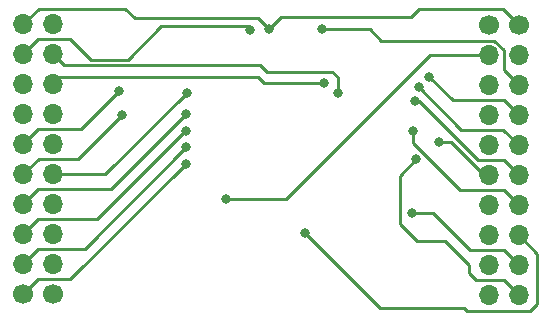
<source format=gbl>
G04 #@! TF.GenerationSoftware,KiCad,Pcbnew,(5.1.10)-1*
G04 #@! TF.CreationDate,2021-10-06T11:05:37+02:00*
G04 #@! TF.ProjectId,ProtoBoard_v2.0,50726f74-6f42-46f6-9172-645f76322e30,rev?*
G04 #@! TF.SameCoordinates,Original*
G04 #@! TF.FileFunction,Copper,L2,Bot*
G04 #@! TF.FilePolarity,Positive*
%FSLAX46Y46*%
G04 Gerber Fmt 4.6, Leading zero omitted, Abs format (unit mm)*
G04 Created by KiCad (PCBNEW (5.1.10)-1) date 2021-10-06 11:05:37*
%MOMM*%
%LPD*%
G01*
G04 APERTURE LIST*
G04 #@! TA.AperFunction,ComponentPad*
%ADD10C,1.700000*%
G04 #@! TD*
G04 #@! TA.AperFunction,ComponentPad*
%ADD11O,1.700000X1.700000*%
G04 #@! TD*
G04 #@! TA.AperFunction,ViaPad*
%ADD12C,0.800000*%
G04 #@! TD*
G04 #@! TA.AperFunction,Conductor*
%ADD13C,0.250000*%
G04 #@! TD*
G04 APERTURE END LIST*
D10*
X144322800Y-89611200D03*
D11*
X144322800Y-92151200D03*
X144322800Y-94691200D03*
X144322800Y-97231200D03*
X144322800Y-99771200D03*
X144322800Y-102311200D03*
X144322800Y-104851200D03*
X144322800Y-107391200D03*
X144322800Y-109931200D03*
X144322800Y-112471200D03*
X141782800Y-112471200D03*
X141782800Y-109931200D03*
X141782800Y-107391200D03*
X141782800Y-104851200D03*
X141782800Y-102311200D03*
X141782800Y-99771200D03*
X141782800Y-97231200D03*
X141782800Y-94691200D03*
X141782800Y-92151200D03*
D10*
X141782800Y-89611200D03*
D11*
X104914700Y-89514680D03*
X104914700Y-92054680D03*
X104914700Y-94594680D03*
X104914700Y-97134680D03*
X104914700Y-99674680D03*
X104914700Y-102214680D03*
X104914700Y-104754680D03*
X104914700Y-107294680D03*
X104914700Y-109834680D03*
D10*
X104914700Y-112374680D03*
X102362000Y-112369600D03*
D11*
X102362000Y-109829600D03*
X102362000Y-107289600D03*
X102362000Y-104749600D03*
X102362000Y-102209600D03*
X102362000Y-99669600D03*
X102362000Y-97129600D03*
X102362000Y-94589600D03*
X102362000Y-92049600D03*
X102362000Y-89509600D03*
D12*
X123182380Y-89951560D03*
X127642620Y-89959180D03*
X136712960Y-93957140D03*
X135836660Y-94843600D03*
X135511540Y-96027240D03*
X135371840Y-98544380D03*
X126243080Y-107226100D03*
X135277860Y-105529380D03*
X135646160Y-100934520D03*
X137548620Y-99489260D03*
X110431580Y-95189040D03*
X110761780Y-97175320D03*
X116161820Y-97147380D03*
X116171980Y-98544380D03*
X116138960Y-101338380D03*
X119545100Y-104338120D03*
X116161820Y-99941380D03*
X121589800Y-89974420D03*
X128981200Y-95356680D03*
X127788660Y-94475300D03*
X116189760Y-95338900D03*
D13*
X144322800Y-89611200D02*
X142958820Y-88247220D01*
X142958820Y-88247220D02*
X135907780Y-88247220D01*
X135907780Y-88247220D02*
X135229600Y-88925400D01*
X135229600Y-88925400D02*
X124208540Y-88925400D01*
X124208540Y-88925400D02*
X123182380Y-89951560D01*
X123182380Y-89951560D02*
X123182380Y-89951560D01*
X102362000Y-89509600D02*
X103682800Y-88188800D01*
X123182380Y-89951560D02*
X122229880Y-88999060D01*
X122229880Y-88999060D02*
X111820960Y-88999060D01*
X111010700Y-88188800D02*
X103682800Y-88188800D01*
X111820960Y-88999060D02*
X111010700Y-88188800D01*
X144322800Y-94691200D02*
X143032480Y-93400880D01*
X143032480Y-91661878D02*
X142264502Y-90893900D01*
X143032480Y-93400880D02*
X143032480Y-91661878D01*
X142264502Y-90893900D02*
X132626100Y-90893900D01*
X132626100Y-90893900D02*
X131691380Y-89959180D01*
X131691380Y-89959180D02*
X127642620Y-89959180D01*
X127642620Y-89959180D02*
X127642620Y-89959180D01*
X144322800Y-97231200D02*
X143052800Y-95961200D01*
X138717020Y-95961200D02*
X136712960Y-93957140D01*
X143052800Y-95961200D02*
X138717020Y-95961200D01*
X135836660Y-94843600D02*
X139451080Y-98458020D01*
X143009620Y-98458020D02*
X144322800Y-99771200D01*
X139451080Y-98458020D02*
X143009620Y-98458020D01*
X144322800Y-102311200D02*
X143040100Y-101028500D01*
X143040100Y-101028500D02*
X140865860Y-101028500D01*
X135864600Y-96027240D02*
X135511540Y-96027240D01*
X140865860Y-101028500D02*
X135864600Y-96027240D01*
X135371840Y-98544380D02*
X135371840Y-99588320D01*
X135371840Y-99588320D02*
X139346940Y-103563420D01*
X143035020Y-103563420D02*
X144322800Y-104851200D01*
X139346940Y-103563420D02*
X143035020Y-103563420D01*
X126243080Y-107226100D02*
X132547360Y-113530380D01*
X132547360Y-113530380D02*
X139684760Y-113530380D01*
X139684760Y-113530380D02*
X139938760Y-113784380D01*
X139938760Y-113784380D02*
X145303240Y-113784380D01*
X145303240Y-113784380D02*
X145902680Y-113184940D01*
X145902680Y-108971080D02*
X144322800Y-107391200D01*
X145902680Y-113184940D02*
X145902680Y-108971080D01*
X135277860Y-105529380D02*
X137055860Y-105529380D01*
X137055860Y-105529380D02*
X140182600Y-108656120D01*
X143047720Y-108656120D02*
X144322800Y-109931200D01*
X140182600Y-108656120D02*
X143047720Y-108656120D01*
X135646160Y-100934520D02*
X134231380Y-102349300D01*
X134231380Y-105555902D02*
X134223760Y-105563522D01*
X134231380Y-102349300D02*
X134231380Y-105555902D01*
X134223760Y-105563522D02*
X134223760Y-106461560D01*
X134223760Y-106461560D02*
X135666480Y-107904280D01*
X135666480Y-107904280D02*
X138107420Y-107904280D01*
X138107420Y-107904280D02*
X140106400Y-109903260D01*
X140106400Y-109903260D02*
X140106400Y-110563660D01*
X140106400Y-110563660D02*
X140733780Y-111191040D01*
X143042640Y-111191040D02*
X144322800Y-112471200D01*
X140733780Y-111191040D02*
X143042640Y-111191040D01*
X137548620Y-99489260D02*
X138546840Y-99489260D01*
X141368780Y-102311200D02*
X141782800Y-102311200D01*
X138546840Y-99489260D02*
X141368780Y-102311200D01*
X103531921Y-98499679D02*
X103534461Y-98499679D01*
X102362000Y-99669600D02*
X103531921Y-98499679D01*
X103534461Y-98499679D02*
X103629460Y-98404680D01*
X107215940Y-98404680D02*
X110431580Y-95189040D01*
X103629460Y-98404680D02*
X107215940Y-98404680D01*
X102362000Y-102209600D02*
X103659940Y-100911660D01*
X107025440Y-100911660D02*
X110761780Y-97175320D01*
X103659940Y-100911660D02*
X107025440Y-100911660D01*
X102362000Y-104749600D02*
X103611680Y-103499920D01*
X109809280Y-103499920D02*
X116161820Y-97147380D01*
X103611680Y-103499920D02*
X109809280Y-103499920D01*
X102362000Y-107289600D02*
X103614220Y-106037380D01*
X103614220Y-106037380D02*
X108582460Y-106037380D01*
X116075460Y-98544380D02*
X116171980Y-98544380D01*
X108582460Y-106037380D02*
X116075460Y-98544380D01*
X102362000Y-112369600D02*
X103619300Y-111112300D01*
X106365040Y-111112300D02*
X116138960Y-101338380D01*
X103619300Y-111112300D02*
X106365040Y-111112300D01*
X124630180Y-104338120D02*
X119545100Y-104338120D01*
X136817100Y-92151200D02*
X124630180Y-104338120D01*
X141782800Y-92151200D02*
X136817100Y-92151200D01*
X102362000Y-109829600D02*
X103642160Y-108549440D01*
X107553760Y-108549440D02*
X116161820Y-99941380D01*
X103642160Y-108549440D02*
X107553760Y-108549440D01*
X102362000Y-92049600D02*
X103616760Y-90794840D01*
X103616760Y-90794840D02*
X106357420Y-90794840D01*
X106357420Y-90794840D02*
X108094350Y-92531770D01*
X108094350Y-92531770D02*
X111221950Y-92531770D01*
X111221950Y-92531770D02*
X114056160Y-89697560D01*
X114056160Y-89697560D02*
X121312940Y-89697560D01*
X121312940Y-89697560D02*
X121589800Y-89974420D01*
X121589800Y-89974420D02*
X121589800Y-89974420D01*
X128981200Y-95356680D02*
X128981200Y-93974920D01*
X128981200Y-93974920D02*
X128529080Y-93522800D01*
X128529080Y-93522800D02*
X122986800Y-93522800D01*
X122986800Y-93522800D02*
X122445780Y-92981780D01*
X105841800Y-92981780D02*
X104914700Y-92054680D01*
X122445780Y-92981780D02*
X105841800Y-92981780D01*
X104914700Y-94594680D02*
X105557320Y-93952060D01*
X105557320Y-93952060D02*
X122217180Y-93952060D01*
X122740420Y-94475300D02*
X127788660Y-94475300D01*
X122217180Y-93952060D02*
X122740420Y-94475300D01*
X104914700Y-102214680D02*
X109313980Y-102214680D01*
X109313980Y-102214680D02*
X116189760Y-95338900D01*
X116189760Y-95338900D02*
X116189760Y-95338900D01*
M02*

</source>
